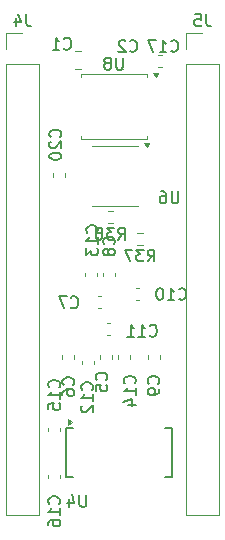
<source format=gbr>
%TF.GenerationSoftware,KiCad,Pcbnew,9.0.2-9.0.2-0~ubuntu22.04.1*%
%TF.CreationDate,2025-06-23T10:34:33-07:00*%
%TF.ProjectId,ds1486,64733134-3836-42e6-9b69-6361645f7063,rev?*%
%TF.SameCoordinates,Original*%
%TF.FileFunction,Legend,Bot*%
%TF.FilePolarity,Positive*%
%FSLAX46Y46*%
G04 Gerber Fmt 4.6, Leading zero omitted, Abs format (unit mm)*
G04 Created by KiCad (PCBNEW 9.0.2-9.0.2-0~ubuntu22.04.1) date 2025-06-23 10:34:33*
%MOMM*%
%LPD*%
G01*
G04 APERTURE LIST*
%ADD10C,0.150000*%
%ADD11C,0.120000*%
G04 APERTURE END LIST*
D10*
X114959580Y-70957142D02*
X115007200Y-70909523D01*
X115007200Y-70909523D02*
X115054819Y-70766666D01*
X115054819Y-70766666D02*
X115054819Y-70671428D01*
X115054819Y-70671428D02*
X115007200Y-70528571D01*
X115007200Y-70528571D02*
X114911961Y-70433333D01*
X114911961Y-70433333D02*
X114816723Y-70385714D01*
X114816723Y-70385714D02*
X114626247Y-70338095D01*
X114626247Y-70338095D02*
X114483390Y-70338095D01*
X114483390Y-70338095D02*
X114292914Y-70385714D01*
X114292914Y-70385714D02*
X114197676Y-70433333D01*
X114197676Y-70433333D02*
X114102438Y-70528571D01*
X114102438Y-70528571D02*
X114054819Y-70671428D01*
X114054819Y-70671428D02*
X114054819Y-70766666D01*
X114054819Y-70766666D02*
X114102438Y-70909523D01*
X114102438Y-70909523D02*
X114150057Y-70957142D01*
X114150057Y-71338095D02*
X114102438Y-71385714D01*
X114102438Y-71385714D02*
X114054819Y-71480952D01*
X114054819Y-71480952D02*
X114054819Y-71719047D01*
X114054819Y-71719047D02*
X114102438Y-71814285D01*
X114102438Y-71814285D02*
X114150057Y-71861904D01*
X114150057Y-71861904D02*
X114245295Y-71909523D01*
X114245295Y-71909523D02*
X114340533Y-71909523D01*
X114340533Y-71909523D02*
X114483390Y-71861904D01*
X114483390Y-71861904D02*
X115054819Y-71290476D01*
X115054819Y-71290476D02*
X115054819Y-71909523D01*
X114054819Y-72528571D02*
X114054819Y-72623809D01*
X114054819Y-72623809D02*
X114102438Y-72719047D01*
X114102438Y-72719047D02*
X114150057Y-72766666D01*
X114150057Y-72766666D02*
X114245295Y-72814285D01*
X114245295Y-72814285D02*
X114435771Y-72861904D01*
X114435771Y-72861904D02*
X114673866Y-72861904D01*
X114673866Y-72861904D02*
X114864342Y-72814285D01*
X114864342Y-72814285D02*
X114959580Y-72766666D01*
X114959580Y-72766666D02*
X115007200Y-72719047D01*
X115007200Y-72719047D02*
X115054819Y-72623809D01*
X115054819Y-72623809D02*
X115054819Y-72528571D01*
X115054819Y-72528571D02*
X115007200Y-72433333D01*
X115007200Y-72433333D02*
X114959580Y-72385714D01*
X114959580Y-72385714D02*
X114864342Y-72338095D01*
X114864342Y-72338095D02*
X114673866Y-72290476D01*
X114673866Y-72290476D02*
X114435771Y-72290476D01*
X114435771Y-72290476D02*
X114245295Y-72338095D01*
X114245295Y-72338095D02*
X114150057Y-72385714D01*
X114150057Y-72385714D02*
X114102438Y-72433333D01*
X114102438Y-72433333D02*
X114054819Y-72528571D01*
X112093333Y-60574819D02*
X112093333Y-61289104D01*
X112093333Y-61289104D02*
X112140952Y-61431961D01*
X112140952Y-61431961D02*
X112236190Y-61527200D01*
X112236190Y-61527200D02*
X112379047Y-61574819D01*
X112379047Y-61574819D02*
X112474285Y-61574819D01*
X111188571Y-60908152D02*
X111188571Y-61574819D01*
X111426666Y-60527200D02*
X111664761Y-61241485D01*
X111664761Y-61241485D02*
X111045714Y-61241485D01*
X127333333Y-60574819D02*
X127333333Y-61289104D01*
X127333333Y-61289104D02*
X127380952Y-61431961D01*
X127380952Y-61431961D02*
X127476190Y-61527200D01*
X127476190Y-61527200D02*
X127619047Y-61574819D01*
X127619047Y-61574819D02*
X127714285Y-61574819D01*
X126380952Y-60574819D02*
X126857142Y-60574819D01*
X126857142Y-60574819D02*
X126904761Y-61051009D01*
X126904761Y-61051009D02*
X126857142Y-61003390D01*
X126857142Y-61003390D02*
X126761904Y-60955771D01*
X126761904Y-60955771D02*
X126523809Y-60955771D01*
X126523809Y-60955771D02*
X126428571Y-61003390D01*
X126428571Y-61003390D02*
X126380952Y-61051009D01*
X126380952Y-61051009D02*
X126333333Y-61146247D01*
X126333333Y-61146247D02*
X126333333Y-61384342D01*
X126333333Y-61384342D02*
X126380952Y-61479580D01*
X126380952Y-61479580D02*
X126428571Y-61527200D01*
X126428571Y-61527200D02*
X126523809Y-61574819D01*
X126523809Y-61574819D02*
X126761904Y-61574819D01*
X126761904Y-61574819D02*
X126857142Y-61527200D01*
X126857142Y-61527200D02*
X126904761Y-61479580D01*
X119867857Y-79634819D02*
X120201190Y-79158628D01*
X120439285Y-79634819D02*
X120439285Y-78634819D01*
X120439285Y-78634819D02*
X120058333Y-78634819D01*
X120058333Y-78634819D02*
X119963095Y-78682438D01*
X119963095Y-78682438D02*
X119915476Y-78730057D01*
X119915476Y-78730057D02*
X119867857Y-78825295D01*
X119867857Y-78825295D02*
X119867857Y-78968152D01*
X119867857Y-78968152D02*
X119915476Y-79063390D01*
X119915476Y-79063390D02*
X119963095Y-79111009D01*
X119963095Y-79111009D02*
X120058333Y-79158628D01*
X120058333Y-79158628D02*
X120439285Y-79158628D01*
X119534523Y-78634819D02*
X118915476Y-78634819D01*
X118915476Y-78634819D02*
X119248809Y-79015771D01*
X119248809Y-79015771D02*
X119105952Y-79015771D01*
X119105952Y-79015771D02*
X119010714Y-79063390D01*
X119010714Y-79063390D02*
X118963095Y-79111009D01*
X118963095Y-79111009D02*
X118915476Y-79206247D01*
X118915476Y-79206247D02*
X118915476Y-79444342D01*
X118915476Y-79444342D02*
X118963095Y-79539580D01*
X118963095Y-79539580D02*
X119010714Y-79587200D01*
X119010714Y-79587200D02*
X119105952Y-79634819D01*
X119105952Y-79634819D02*
X119391666Y-79634819D01*
X119391666Y-79634819D02*
X119486904Y-79587200D01*
X119486904Y-79587200D02*
X119534523Y-79539580D01*
X118344047Y-79063390D02*
X118439285Y-79015771D01*
X118439285Y-79015771D02*
X118486904Y-78968152D01*
X118486904Y-78968152D02*
X118534523Y-78872914D01*
X118534523Y-78872914D02*
X118534523Y-78825295D01*
X118534523Y-78825295D02*
X118486904Y-78730057D01*
X118486904Y-78730057D02*
X118439285Y-78682438D01*
X118439285Y-78682438D02*
X118344047Y-78634819D01*
X118344047Y-78634819D02*
X118153571Y-78634819D01*
X118153571Y-78634819D02*
X118058333Y-78682438D01*
X118058333Y-78682438D02*
X118010714Y-78730057D01*
X118010714Y-78730057D02*
X117963095Y-78825295D01*
X117963095Y-78825295D02*
X117963095Y-78872914D01*
X117963095Y-78872914D02*
X118010714Y-78968152D01*
X118010714Y-78968152D02*
X118058333Y-79015771D01*
X118058333Y-79015771D02*
X118153571Y-79063390D01*
X118153571Y-79063390D02*
X118344047Y-79063390D01*
X118344047Y-79063390D02*
X118439285Y-79111009D01*
X118439285Y-79111009D02*
X118486904Y-79158628D01*
X118486904Y-79158628D02*
X118534523Y-79253866D01*
X118534523Y-79253866D02*
X118534523Y-79444342D01*
X118534523Y-79444342D02*
X118486904Y-79539580D01*
X118486904Y-79539580D02*
X118439285Y-79587200D01*
X118439285Y-79587200D02*
X118344047Y-79634819D01*
X118344047Y-79634819D02*
X118153571Y-79634819D01*
X118153571Y-79634819D02*
X118058333Y-79587200D01*
X118058333Y-79587200D02*
X118010714Y-79539580D01*
X118010714Y-79539580D02*
X117963095Y-79444342D01*
X117963095Y-79444342D02*
X117963095Y-79253866D01*
X117963095Y-79253866D02*
X118010714Y-79158628D01*
X118010714Y-79158628D02*
X118058333Y-79111009D01*
X118058333Y-79111009D02*
X118153571Y-79063390D01*
X122542857Y-87759580D02*
X122590476Y-87807200D01*
X122590476Y-87807200D02*
X122733333Y-87854819D01*
X122733333Y-87854819D02*
X122828571Y-87854819D01*
X122828571Y-87854819D02*
X122971428Y-87807200D01*
X122971428Y-87807200D02*
X123066666Y-87711961D01*
X123066666Y-87711961D02*
X123114285Y-87616723D01*
X123114285Y-87616723D02*
X123161904Y-87426247D01*
X123161904Y-87426247D02*
X123161904Y-87283390D01*
X123161904Y-87283390D02*
X123114285Y-87092914D01*
X123114285Y-87092914D02*
X123066666Y-86997676D01*
X123066666Y-86997676D02*
X122971428Y-86902438D01*
X122971428Y-86902438D02*
X122828571Y-86854819D01*
X122828571Y-86854819D02*
X122733333Y-86854819D01*
X122733333Y-86854819D02*
X122590476Y-86902438D01*
X122590476Y-86902438D02*
X122542857Y-86950057D01*
X121590476Y-87854819D02*
X122161904Y-87854819D01*
X121876190Y-87854819D02*
X121876190Y-86854819D01*
X121876190Y-86854819D02*
X121971428Y-86997676D01*
X121971428Y-86997676D02*
X122066666Y-87092914D01*
X122066666Y-87092914D02*
X122161904Y-87140533D01*
X120638095Y-87854819D02*
X121209523Y-87854819D01*
X120923809Y-87854819D02*
X120923809Y-86854819D01*
X120923809Y-86854819D02*
X121019047Y-86997676D01*
X121019047Y-86997676D02*
X121114285Y-87092914D01*
X121114285Y-87092914D02*
X121209523Y-87140533D01*
X124961904Y-75554819D02*
X124961904Y-76364342D01*
X124961904Y-76364342D02*
X124914285Y-76459580D01*
X124914285Y-76459580D02*
X124866666Y-76507200D01*
X124866666Y-76507200D02*
X124771428Y-76554819D01*
X124771428Y-76554819D02*
X124580952Y-76554819D01*
X124580952Y-76554819D02*
X124485714Y-76507200D01*
X124485714Y-76507200D02*
X124438095Y-76459580D01*
X124438095Y-76459580D02*
X124390476Y-76364342D01*
X124390476Y-76364342D02*
X124390476Y-75554819D01*
X123485714Y-75554819D02*
X123676190Y-75554819D01*
X123676190Y-75554819D02*
X123771428Y-75602438D01*
X123771428Y-75602438D02*
X123819047Y-75650057D01*
X123819047Y-75650057D02*
X123914285Y-75792914D01*
X123914285Y-75792914D02*
X123961904Y-75983390D01*
X123961904Y-75983390D02*
X123961904Y-76364342D01*
X123961904Y-76364342D02*
X123914285Y-76459580D01*
X123914285Y-76459580D02*
X123866666Y-76507200D01*
X123866666Y-76507200D02*
X123771428Y-76554819D01*
X123771428Y-76554819D02*
X123580952Y-76554819D01*
X123580952Y-76554819D02*
X123485714Y-76507200D01*
X123485714Y-76507200D02*
X123438095Y-76459580D01*
X123438095Y-76459580D02*
X123390476Y-76364342D01*
X123390476Y-76364342D02*
X123390476Y-76126247D01*
X123390476Y-76126247D02*
X123438095Y-76031009D01*
X123438095Y-76031009D02*
X123485714Y-75983390D01*
X123485714Y-75983390D02*
X123580952Y-75935771D01*
X123580952Y-75935771D02*
X123771428Y-75935771D01*
X123771428Y-75935771D02*
X123866666Y-75983390D01*
X123866666Y-75983390D02*
X123914285Y-76031009D01*
X123914285Y-76031009D02*
X123961904Y-76126247D01*
X120866666Y-63659580D02*
X120914285Y-63707200D01*
X120914285Y-63707200D02*
X121057142Y-63754819D01*
X121057142Y-63754819D02*
X121152380Y-63754819D01*
X121152380Y-63754819D02*
X121295237Y-63707200D01*
X121295237Y-63707200D02*
X121390475Y-63611961D01*
X121390475Y-63611961D02*
X121438094Y-63516723D01*
X121438094Y-63516723D02*
X121485713Y-63326247D01*
X121485713Y-63326247D02*
X121485713Y-63183390D01*
X121485713Y-63183390D02*
X121438094Y-62992914D01*
X121438094Y-62992914D02*
X121390475Y-62897676D01*
X121390475Y-62897676D02*
X121295237Y-62802438D01*
X121295237Y-62802438D02*
X121152380Y-62754819D01*
X121152380Y-62754819D02*
X121057142Y-62754819D01*
X121057142Y-62754819D02*
X120914285Y-62802438D01*
X120914285Y-62802438D02*
X120866666Y-62850057D01*
X120485713Y-62850057D02*
X120438094Y-62802438D01*
X120438094Y-62802438D02*
X120342856Y-62754819D01*
X120342856Y-62754819D02*
X120104761Y-62754819D01*
X120104761Y-62754819D02*
X120009523Y-62802438D01*
X120009523Y-62802438D02*
X119961904Y-62850057D01*
X119961904Y-62850057D02*
X119914285Y-62945295D01*
X119914285Y-62945295D02*
X119914285Y-63040533D01*
X119914285Y-63040533D02*
X119961904Y-63183390D01*
X119961904Y-63183390D02*
X120533332Y-63754819D01*
X120533332Y-63754819D02*
X119914285Y-63754819D01*
X116059580Y-91933333D02*
X116107200Y-91885714D01*
X116107200Y-91885714D02*
X116154819Y-91742857D01*
X116154819Y-91742857D02*
X116154819Y-91647619D01*
X116154819Y-91647619D02*
X116107200Y-91504762D01*
X116107200Y-91504762D02*
X116011961Y-91409524D01*
X116011961Y-91409524D02*
X115916723Y-91361905D01*
X115916723Y-91361905D02*
X115726247Y-91314286D01*
X115726247Y-91314286D02*
X115583390Y-91314286D01*
X115583390Y-91314286D02*
X115392914Y-91361905D01*
X115392914Y-91361905D02*
X115297676Y-91409524D01*
X115297676Y-91409524D02*
X115202438Y-91504762D01*
X115202438Y-91504762D02*
X115154819Y-91647619D01*
X115154819Y-91647619D02*
X115154819Y-91742857D01*
X115154819Y-91742857D02*
X115202438Y-91885714D01*
X115202438Y-91885714D02*
X115250057Y-91933333D01*
X115154819Y-92790476D02*
X115154819Y-92600000D01*
X115154819Y-92600000D02*
X115202438Y-92504762D01*
X115202438Y-92504762D02*
X115250057Y-92457143D01*
X115250057Y-92457143D02*
X115392914Y-92361905D01*
X115392914Y-92361905D02*
X115583390Y-92314286D01*
X115583390Y-92314286D02*
X115964342Y-92314286D01*
X115964342Y-92314286D02*
X116059580Y-92361905D01*
X116059580Y-92361905D02*
X116107200Y-92409524D01*
X116107200Y-92409524D02*
X116154819Y-92504762D01*
X116154819Y-92504762D02*
X116154819Y-92695238D01*
X116154819Y-92695238D02*
X116107200Y-92790476D01*
X116107200Y-92790476D02*
X116059580Y-92838095D01*
X116059580Y-92838095D02*
X115964342Y-92885714D01*
X115964342Y-92885714D02*
X115726247Y-92885714D01*
X115726247Y-92885714D02*
X115631009Y-92838095D01*
X115631009Y-92838095D02*
X115583390Y-92790476D01*
X115583390Y-92790476D02*
X115535771Y-92695238D01*
X115535771Y-92695238D02*
X115535771Y-92504762D01*
X115535771Y-92504762D02*
X115583390Y-92409524D01*
X115583390Y-92409524D02*
X115631009Y-92361905D01*
X115631009Y-92361905D02*
X115726247Y-92314286D01*
X115266666Y-63459580D02*
X115314285Y-63507200D01*
X115314285Y-63507200D02*
X115457142Y-63554819D01*
X115457142Y-63554819D02*
X115552380Y-63554819D01*
X115552380Y-63554819D02*
X115695237Y-63507200D01*
X115695237Y-63507200D02*
X115790475Y-63411961D01*
X115790475Y-63411961D02*
X115838094Y-63316723D01*
X115838094Y-63316723D02*
X115885713Y-63126247D01*
X115885713Y-63126247D02*
X115885713Y-62983390D01*
X115885713Y-62983390D02*
X115838094Y-62792914D01*
X115838094Y-62792914D02*
X115790475Y-62697676D01*
X115790475Y-62697676D02*
X115695237Y-62602438D01*
X115695237Y-62602438D02*
X115552380Y-62554819D01*
X115552380Y-62554819D02*
X115457142Y-62554819D01*
X115457142Y-62554819D02*
X115314285Y-62602438D01*
X115314285Y-62602438D02*
X115266666Y-62650057D01*
X114314285Y-63554819D02*
X114885713Y-63554819D01*
X114599999Y-63554819D02*
X114599999Y-62554819D01*
X114599999Y-62554819D02*
X114695237Y-62697676D01*
X114695237Y-62697676D02*
X114790475Y-62792914D01*
X114790475Y-62792914D02*
X114885713Y-62840533D01*
X114859580Y-102007142D02*
X114907200Y-101959523D01*
X114907200Y-101959523D02*
X114954819Y-101816666D01*
X114954819Y-101816666D02*
X114954819Y-101721428D01*
X114954819Y-101721428D02*
X114907200Y-101578571D01*
X114907200Y-101578571D02*
X114811961Y-101483333D01*
X114811961Y-101483333D02*
X114716723Y-101435714D01*
X114716723Y-101435714D02*
X114526247Y-101388095D01*
X114526247Y-101388095D02*
X114383390Y-101388095D01*
X114383390Y-101388095D02*
X114192914Y-101435714D01*
X114192914Y-101435714D02*
X114097676Y-101483333D01*
X114097676Y-101483333D02*
X114002438Y-101578571D01*
X114002438Y-101578571D02*
X113954819Y-101721428D01*
X113954819Y-101721428D02*
X113954819Y-101816666D01*
X113954819Y-101816666D02*
X114002438Y-101959523D01*
X114002438Y-101959523D02*
X114050057Y-102007142D01*
X114954819Y-102959523D02*
X114954819Y-102388095D01*
X114954819Y-102673809D02*
X113954819Y-102673809D01*
X113954819Y-102673809D02*
X114097676Y-102578571D01*
X114097676Y-102578571D02*
X114192914Y-102483333D01*
X114192914Y-102483333D02*
X114240533Y-102388095D01*
X113954819Y-103816666D02*
X113954819Y-103626190D01*
X113954819Y-103626190D02*
X114002438Y-103530952D01*
X114002438Y-103530952D02*
X114050057Y-103483333D01*
X114050057Y-103483333D02*
X114192914Y-103388095D01*
X114192914Y-103388095D02*
X114383390Y-103340476D01*
X114383390Y-103340476D02*
X114764342Y-103340476D01*
X114764342Y-103340476D02*
X114859580Y-103388095D01*
X114859580Y-103388095D02*
X114907200Y-103435714D01*
X114907200Y-103435714D02*
X114954819Y-103530952D01*
X114954819Y-103530952D02*
X114954819Y-103721428D01*
X114954819Y-103721428D02*
X114907200Y-103816666D01*
X114907200Y-103816666D02*
X114859580Y-103864285D01*
X114859580Y-103864285D02*
X114764342Y-103911904D01*
X114764342Y-103911904D02*
X114526247Y-103911904D01*
X114526247Y-103911904D02*
X114431009Y-103864285D01*
X114431009Y-103864285D02*
X114383390Y-103816666D01*
X114383390Y-103816666D02*
X114335771Y-103721428D01*
X114335771Y-103721428D02*
X114335771Y-103530952D01*
X114335771Y-103530952D02*
X114383390Y-103435714D01*
X114383390Y-103435714D02*
X114431009Y-103388095D01*
X114431009Y-103388095D02*
X114526247Y-103340476D01*
X120274404Y-64249819D02*
X120274404Y-65059342D01*
X120274404Y-65059342D02*
X120226785Y-65154580D01*
X120226785Y-65154580D02*
X120179166Y-65202200D01*
X120179166Y-65202200D02*
X120083928Y-65249819D01*
X120083928Y-65249819D02*
X119893452Y-65249819D01*
X119893452Y-65249819D02*
X119798214Y-65202200D01*
X119798214Y-65202200D02*
X119750595Y-65154580D01*
X119750595Y-65154580D02*
X119702976Y-65059342D01*
X119702976Y-65059342D02*
X119702976Y-64249819D01*
X119083928Y-64678390D02*
X119179166Y-64630771D01*
X119179166Y-64630771D02*
X119226785Y-64583152D01*
X119226785Y-64583152D02*
X119274404Y-64487914D01*
X119274404Y-64487914D02*
X119274404Y-64440295D01*
X119274404Y-64440295D02*
X119226785Y-64345057D01*
X119226785Y-64345057D02*
X119179166Y-64297438D01*
X119179166Y-64297438D02*
X119083928Y-64249819D01*
X119083928Y-64249819D02*
X118893452Y-64249819D01*
X118893452Y-64249819D02*
X118798214Y-64297438D01*
X118798214Y-64297438D02*
X118750595Y-64345057D01*
X118750595Y-64345057D02*
X118702976Y-64440295D01*
X118702976Y-64440295D02*
X118702976Y-64487914D01*
X118702976Y-64487914D02*
X118750595Y-64583152D01*
X118750595Y-64583152D02*
X118798214Y-64630771D01*
X118798214Y-64630771D02*
X118893452Y-64678390D01*
X118893452Y-64678390D02*
X119083928Y-64678390D01*
X119083928Y-64678390D02*
X119179166Y-64726009D01*
X119179166Y-64726009D02*
X119226785Y-64773628D01*
X119226785Y-64773628D02*
X119274404Y-64868866D01*
X119274404Y-64868866D02*
X119274404Y-65059342D01*
X119274404Y-65059342D02*
X119226785Y-65154580D01*
X119226785Y-65154580D02*
X119179166Y-65202200D01*
X119179166Y-65202200D02*
X119083928Y-65249819D01*
X119083928Y-65249819D02*
X118893452Y-65249819D01*
X118893452Y-65249819D02*
X118798214Y-65202200D01*
X118798214Y-65202200D02*
X118750595Y-65154580D01*
X118750595Y-65154580D02*
X118702976Y-65059342D01*
X118702976Y-65059342D02*
X118702976Y-64868866D01*
X118702976Y-64868866D02*
X118750595Y-64773628D01*
X118750595Y-64773628D02*
X118798214Y-64726009D01*
X118798214Y-64726009D02*
X118893452Y-64678390D01*
X124342857Y-63659580D02*
X124390476Y-63707200D01*
X124390476Y-63707200D02*
X124533333Y-63754819D01*
X124533333Y-63754819D02*
X124628571Y-63754819D01*
X124628571Y-63754819D02*
X124771428Y-63707200D01*
X124771428Y-63707200D02*
X124866666Y-63611961D01*
X124866666Y-63611961D02*
X124914285Y-63516723D01*
X124914285Y-63516723D02*
X124961904Y-63326247D01*
X124961904Y-63326247D02*
X124961904Y-63183390D01*
X124961904Y-63183390D02*
X124914285Y-62992914D01*
X124914285Y-62992914D02*
X124866666Y-62897676D01*
X124866666Y-62897676D02*
X124771428Y-62802438D01*
X124771428Y-62802438D02*
X124628571Y-62754819D01*
X124628571Y-62754819D02*
X124533333Y-62754819D01*
X124533333Y-62754819D02*
X124390476Y-62802438D01*
X124390476Y-62802438D02*
X124342857Y-62850057D01*
X123390476Y-63754819D02*
X123961904Y-63754819D01*
X123676190Y-63754819D02*
X123676190Y-62754819D01*
X123676190Y-62754819D02*
X123771428Y-62897676D01*
X123771428Y-62897676D02*
X123866666Y-62992914D01*
X123866666Y-62992914D02*
X123961904Y-63040533D01*
X123057142Y-62754819D02*
X122390476Y-62754819D01*
X122390476Y-62754819D02*
X122819047Y-63754819D01*
X118859580Y-91533333D02*
X118907200Y-91485714D01*
X118907200Y-91485714D02*
X118954819Y-91342857D01*
X118954819Y-91342857D02*
X118954819Y-91247619D01*
X118954819Y-91247619D02*
X118907200Y-91104762D01*
X118907200Y-91104762D02*
X118811961Y-91009524D01*
X118811961Y-91009524D02*
X118716723Y-90961905D01*
X118716723Y-90961905D02*
X118526247Y-90914286D01*
X118526247Y-90914286D02*
X118383390Y-90914286D01*
X118383390Y-90914286D02*
X118192914Y-90961905D01*
X118192914Y-90961905D02*
X118097676Y-91009524D01*
X118097676Y-91009524D02*
X118002438Y-91104762D01*
X118002438Y-91104762D02*
X117954819Y-91247619D01*
X117954819Y-91247619D02*
X117954819Y-91342857D01*
X117954819Y-91342857D02*
X118002438Y-91485714D01*
X118002438Y-91485714D02*
X118050057Y-91533333D01*
X117954819Y-92438095D02*
X117954819Y-91961905D01*
X117954819Y-91961905D02*
X118431009Y-91914286D01*
X118431009Y-91914286D02*
X118383390Y-91961905D01*
X118383390Y-91961905D02*
X118335771Y-92057143D01*
X118335771Y-92057143D02*
X118335771Y-92295238D01*
X118335771Y-92295238D02*
X118383390Y-92390476D01*
X118383390Y-92390476D02*
X118431009Y-92438095D01*
X118431009Y-92438095D02*
X118526247Y-92485714D01*
X118526247Y-92485714D02*
X118764342Y-92485714D01*
X118764342Y-92485714D02*
X118859580Y-92438095D01*
X118859580Y-92438095D02*
X118907200Y-92390476D01*
X118907200Y-92390476D02*
X118954819Y-92295238D01*
X118954819Y-92295238D02*
X118954819Y-92057143D01*
X118954819Y-92057143D02*
X118907200Y-91961905D01*
X118907200Y-91961905D02*
X118859580Y-91914286D01*
X118059580Y-79057142D02*
X118107200Y-79009523D01*
X118107200Y-79009523D02*
X118154819Y-78866666D01*
X118154819Y-78866666D02*
X118154819Y-78771428D01*
X118154819Y-78771428D02*
X118107200Y-78628571D01*
X118107200Y-78628571D02*
X118011961Y-78533333D01*
X118011961Y-78533333D02*
X117916723Y-78485714D01*
X117916723Y-78485714D02*
X117726247Y-78438095D01*
X117726247Y-78438095D02*
X117583390Y-78438095D01*
X117583390Y-78438095D02*
X117392914Y-78485714D01*
X117392914Y-78485714D02*
X117297676Y-78533333D01*
X117297676Y-78533333D02*
X117202438Y-78628571D01*
X117202438Y-78628571D02*
X117154819Y-78771428D01*
X117154819Y-78771428D02*
X117154819Y-78866666D01*
X117154819Y-78866666D02*
X117202438Y-79009523D01*
X117202438Y-79009523D02*
X117250057Y-79057142D01*
X118154819Y-80009523D02*
X118154819Y-79438095D01*
X118154819Y-79723809D02*
X117154819Y-79723809D01*
X117154819Y-79723809D02*
X117297676Y-79628571D01*
X117297676Y-79628571D02*
X117392914Y-79533333D01*
X117392914Y-79533333D02*
X117440533Y-79438095D01*
X117154819Y-80342857D02*
X117154819Y-80961904D01*
X117154819Y-80961904D02*
X117535771Y-80628571D01*
X117535771Y-80628571D02*
X117535771Y-80771428D01*
X117535771Y-80771428D02*
X117583390Y-80866666D01*
X117583390Y-80866666D02*
X117631009Y-80914285D01*
X117631009Y-80914285D02*
X117726247Y-80961904D01*
X117726247Y-80961904D02*
X117964342Y-80961904D01*
X117964342Y-80961904D02*
X118059580Y-80914285D01*
X118059580Y-80914285D02*
X118107200Y-80866666D01*
X118107200Y-80866666D02*
X118154819Y-80771428D01*
X118154819Y-80771428D02*
X118154819Y-80485714D01*
X118154819Y-80485714D02*
X118107200Y-80390476D01*
X118107200Y-80390476D02*
X118059580Y-80342857D01*
X119509580Y-80033333D02*
X119557200Y-79985714D01*
X119557200Y-79985714D02*
X119604819Y-79842857D01*
X119604819Y-79842857D02*
X119604819Y-79747619D01*
X119604819Y-79747619D02*
X119557200Y-79604762D01*
X119557200Y-79604762D02*
X119461961Y-79509524D01*
X119461961Y-79509524D02*
X119366723Y-79461905D01*
X119366723Y-79461905D02*
X119176247Y-79414286D01*
X119176247Y-79414286D02*
X119033390Y-79414286D01*
X119033390Y-79414286D02*
X118842914Y-79461905D01*
X118842914Y-79461905D02*
X118747676Y-79509524D01*
X118747676Y-79509524D02*
X118652438Y-79604762D01*
X118652438Y-79604762D02*
X118604819Y-79747619D01*
X118604819Y-79747619D02*
X118604819Y-79842857D01*
X118604819Y-79842857D02*
X118652438Y-79985714D01*
X118652438Y-79985714D02*
X118700057Y-80033333D01*
X119033390Y-80604762D02*
X118985771Y-80509524D01*
X118985771Y-80509524D02*
X118938152Y-80461905D01*
X118938152Y-80461905D02*
X118842914Y-80414286D01*
X118842914Y-80414286D02*
X118795295Y-80414286D01*
X118795295Y-80414286D02*
X118700057Y-80461905D01*
X118700057Y-80461905D02*
X118652438Y-80509524D01*
X118652438Y-80509524D02*
X118604819Y-80604762D01*
X118604819Y-80604762D02*
X118604819Y-80795238D01*
X118604819Y-80795238D02*
X118652438Y-80890476D01*
X118652438Y-80890476D02*
X118700057Y-80938095D01*
X118700057Y-80938095D02*
X118795295Y-80985714D01*
X118795295Y-80985714D02*
X118842914Y-80985714D01*
X118842914Y-80985714D02*
X118938152Y-80938095D01*
X118938152Y-80938095D02*
X118985771Y-80890476D01*
X118985771Y-80890476D02*
X119033390Y-80795238D01*
X119033390Y-80795238D02*
X119033390Y-80604762D01*
X119033390Y-80604762D02*
X119081009Y-80509524D01*
X119081009Y-80509524D02*
X119128628Y-80461905D01*
X119128628Y-80461905D02*
X119223866Y-80414286D01*
X119223866Y-80414286D02*
X119414342Y-80414286D01*
X119414342Y-80414286D02*
X119509580Y-80461905D01*
X119509580Y-80461905D02*
X119557200Y-80509524D01*
X119557200Y-80509524D02*
X119604819Y-80604762D01*
X119604819Y-80604762D02*
X119604819Y-80795238D01*
X119604819Y-80795238D02*
X119557200Y-80890476D01*
X119557200Y-80890476D02*
X119509580Y-80938095D01*
X119509580Y-80938095D02*
X119414342Y-80985714D01*
X119414342Y-80985714D02*
X119223866Y-80985714D01*
X119223866Y-80985714D02*
X119128628Y-80938095D01*
X119128628Y-80938095D02*
X119081009Y-80890476D01*
X119081009Y-80890476D02*
X119033390Y-80795238D01*
X117654032Y-92357142D02*
X117701652Y-92309523D01*
X117701652Y-92309523D02*
X117749271Y-92166666D01*
X117749271Y-92166666D02*
X117749271Y-92071428D01*
X117749271Y-92071428D02*
X117701652Y-91928571D01*
X117701652Y-91928571D02*
X117606413Y-91833333D01*
X117606413Y-91833333D02*
X117511175Y-91785714D01*
X117511175Y-91785714D02*
X117320699Y-91738095D01*
X117320699Y-91738095D02*
X117177842Y-91738095D01*
X117177842Y-91738095D02*
X116987366Y-91785714D01*
X116987366Y-91785714D02*
X116892128Y-91833333D01*
X116892128Y-91833333D02*
X116796890Y-91928571D01*
X116796890Y-91928571D02*
X116749271Y-92071428D01*
X116749271Y-92071428D02*
X116749271Y-92166666D01*
X116749271Y-92166666D02*
X116796890Y-92309523D01*
X116796890Y-92309523D02*
X116844509Y-92357142D01*
X117749271Y-93309523D02*
X117749271Y-92738095D01*
X117749271Y-93023809D02*
X116749271Y-93023809D01*
X116749271Y-93023809D02*
X116892128Y-92928571D01*
X116892128Y-92928571D02*
X116987366Y-92833333D01*
X116987366Y-92833333D02*
X117034985Y-92738095D01*
X116844509Y-93690476D02*
X116796890Y-93738095D01*
X116796890Y-93738095D02*
X116749271Y-93833333D01*
X116749271Y-93833333D02*
X116749271Y-94071428D01*
X116749271Y-94071428D02*
X116796890Y-94166666D01*
X116796890Y-94166666D02*
X116844509Y-94214285D01*
X116844509Y-94214285D02*
X116939747Y-94261904D01*
X116939747Y-94261904D02*
X117034985Y-94261904D01*
X117034985Y-94261904D02*
X117177842Y-94214285D01*
X117177842Y-94214285D02*
X117749271Y-93642857D01*
X117749271Y-93642857D02*
X117749271Y-94261904D01*
X122367857Y-81484819D02*
X122701190Y-81008628D01*
X122939285Y-81484819D02*
X122939285Y-80484819D01*
X122939285Y-80484819D02*
X122558333Y-80484819D01*
X122558333Y-80484819D02*
X122463095Y-80532438D01*
X122463095Y-80532438D02*
X122415476Y-80580057D01*
X122415476Y-80580057D02*
X122367857Y-80675295D01*
X122367857Y-80675295D02*
X122367857Y-80818152D01*
X122367857Y-80818152D02*
X122415476Y-80913390D01*
X122415476Y-80913390D02*
X122463095Y-80961009D01*
X122463095Y-80961009D02*
X122558333Y-81008628D01*
X122558333Y-81008628D02*
X122939285Y-81008628D01*
X122034523Y-80484819D02*
X121415476Y-80484819D01*
X121415476Y-80484819D02*
X121748809Y-80865771D01*
X121748809Y-80865771D02*
X121605952Y-80865771D01*
X121605952Y-80865771D02*
X121510714Y-80913390D01*
X121510714Y-80913390D02*
X121463095Y-80961009D01*
X121463095Y-80961009D02*
X121415476Y-81056247D01*
X121415476Y-81056247D02*
X121415476Y-81294342D01*
X121415476Y-81294342D02*
X121463095Y-81389580D01*
X121463095Y-81389580D02*
X121510714Y-81437200D01*
X121510714Y-81437200D02*
X121605952Y-81484819D01*
X121605952Y-81484819D02*
X121891666Y-81484819D01*
X121891666Y-81484819D02*
X121986904Y-81437200D01*
X121986904Y-81437200D02*
X122034523Y-81389580D01*
X121082142Y-80484819D02*
X120415476Y-80484819D01*
X120415476Y-80484819D02*
X120844047Y-81484819D01*
X121259580Y-91807142D02*
X121307200Y-91759523D01*
X121307200Y-91759523D02*
X121354819Y-91616666D01*
X121354819Y-91616666D02*
X121354819Y-91521428D01*
X121354819Y-91521428D02*
X121307200Y-91378571D01*
X121307200Y-91378571D02*
X121211961Y-91283333D01*
X121211961Y-91283333D02*
X121116723Y-91235714D01*
X121116723Y-91235714D02*
X120926247Y-91188095D01*
X120926247Y-91188095D02*
X120783390Y-91188095D01*
X120783390Y-91188095D02*
X120592914Y-91235714D01*
X120592914Y-91235714D02*
X120497676Y-91283333D01*
X120497676Y-91283333D02*
X120402438Y-91378571D01*
X120402438Y-91378571D02*
X120354819Y-91521428D01*
X120354819Y-91521428D02*
X120354819Y-91616666D01*
X120354819Y-91616666D02*
X120402438Y-91759523D01*
X120402438Y-91759523D02*
X120450057Y-91807142D01*
X121354819Y-92759523D02*
X121354819Y-92188095D01*
X121354819Y-92473809D02*
X120354819Y-92473809D01*
X120354819Y-92473809D02*
X120497676Y-92378571D01*
X120497676Y-92378571D02*
X120592914Y-92283333D01*
X120592914Y-92283333D02*
X120640533Y-92188095D01*
X120688152Y-93616666D02*
X121354819Y-93616666D01*
X120307200Y-93378571D02*
X121021485Y-93140476D01*
X121021485Y-93140476D02*
X121021485Y-93759523D01*
X115866666Y-85359580D02*
X115914285Y-85407200D01*
X115914285Y-85407200D02*
X116057142Y-85454819D01*
X116057142Y-85454819D02*
X116152380Y-85454819D01*
X116152380Y-85454819D02*
X116295237Y-85407200D01*
X116295237Y-85407200D02*
X116390475Y-85311961D01*
X116390475Y-85311961D02*
X116438094Y-85216723D01*
X116438094Y-85216723D02*
X116485713Y-85026247D01*
X116485713Y-85026247D02*
X116485713Y-84883390D01*
X116485713Y-84883390D02*
X116438094Y-84692914D01*
X116438094Y-84692914D02*
X116390475Y-84597676D01*
X116390475Y-84597676D02*
X116295237Y-84502438D01*
X116295237Y-84502438D02*
X116152380Y-84454819D01*
X116152380Y-84454819D02*
X116057142Y-84454819D01*
X116057142Y-84454819D02*
X115914285Y-84502438D01*
X115914285Y-84502438D02*
X115866666Y-84550057D01*
X115533332Y-84454819D02*
X114866666Y-84454819D01*
X114866666Y-84454819D02*
X115295237Y-85454819D01*
X114859580Y-92157142D02*
X114907200Y-92109523D01*
X114907200Y-92109523D02*
X114954819Y-91966666D01*
X114954819Y-91966666D02*
X114954819Y-91871428D01*
X114954819Y-91871428D02*
X114907200Y-91728571D01*
X114907200Y-91728571D02*
X114811961Y-91633333D01*
X114811961Y-91633333D02*
X114716723Y-91585714D01*
X114716723Y-91585714D02*
X114526247Y-91538095D01*
X114526247Y-91538095D02*
X114383390Y-91538095D01*
X114383390Y-91538095D02*
X114192914Y-91585714D01*
X114192914Y-91585714D02*
X114097676Y-91633333D01*
X114097676Y-91633333D02*
X114002438Y-91728571D01*
X114002438Y-91728571D02*
X113954819Y-91871428D01*
X113954819Y-91871428D02*
X113954819Y-91966666D01*
X113954819Y-91966666D02*
X114002438Y-92109523D01*
X114002438Y-92109523D02*
X114050057Y-92157142D01*
X114954819Y-93109523D02*
X114954819Y-92538095D01*
X114954819Y-92823809D02*
X113954819Y-92823809D01*
X113954819Y-92823809D02*
X114097676Y-92728571D01*
X114097676Y-92728571D02*
X114192914Y-92633333D01*
X114192914Y-92633333D02*
X114240533Y-92538095D01*
X113954819Y-94014285D02*
X113954819Y-93538095D01*
X113954819Y-93538095D02*
X114431009Y-93490476D01*
X114431009Y-93490476D02*
X114383390Y-93538095D01*
X114383390Y-93538095D02*
X114335771Y-93633333D01*
X114335771Y-93633333D02*
X114335771Y-93871428D01*
X114335771Y-93871428D02*
X114383390Y-93966666D01*
X114383390Y-93966666D02*
X114431009Y-94014285D01*
X114431009Y-94014285D02*
X114526247Y-94061904D01*
X114526247Y-94061904D02*
X114764342Y-94061904D01*
X114764342Y-94061904D02*
X114859580Y-94014285D01*
X114859580Y-94014285D02*
X114907200Y-93966666D01*
X114907200Y-93966666D02*
X114954819Y-93871428D01*
X114954819Y-93871428D02*
X114954819Y-93633333D01*
X114954819Y-93633333D02*
X114907200Y-93538095D01*
X114907200Y-93538095D02*
X114859580Y-93490476D01*
X123259580Y-91833333D02*
X123307200Y-91785714D01*
X123307200Y-91785714D02*
X123354819Y-91642857D01*
X123354819Y-91642857D02*
X123354819Y-91547619D01*
X123354819Y-91547619D02*
X123307200Y-91404762D01*
X123307200Y-91404762D02*
X123211961Y-91309524D01*
X123211961Y-91309524D02*
X123116723Y-91261905D01*
X123116723Y-91261905D02*
X122926247Y-91214286D01*
X122926247Y-91214286D02*
X122783390Y-91214286D01*
X122783390Y-91214286D02*
X122592914Y-91261905D01*
X122592914Y-91261905D02*
X122497676Y-91309524D01*
X122497676Y-91309524D02*
X122402438Y-91404762D01*
X122402438Y-91404762D02*
X122354819Y-91547619D01*
X122354819Y-91547619D02*
X122354819Y-91642857D01*
X122354819Y-91642857D02*
X122402438Y-91785714D01*
X122402438Y-91785714D02*
X122450057Y-91833333D01*
X123354819Y-92309524D02*
X123354819Y-92500000D01*
X123354819Y-92500000D02*
X123307200Y-92595238D01*
X123307200Y-92595238D02*
X123259580Y-92642857D01*
X123259580Y-92642857D02*
X123116723Y-92738095D01*
X123116723Y-92738095D02*
X122926247Y-92785714D01*
X122926247Y-92785714D02*
X122545295Y-92785714D01*
X122545295Y-92785714D02*
X122450057Y-92738095D01*
X122450057Y-92738095D02*
X122402438Y-92690476D01*
X122402438Y-92690476D02*
X122354819Y-92595238D01*
X122354819Y-92595238D02*
X122354819Y-92404762D01*
X122354819Y-92404762D02*
X122402438Y-92309524D01*
X122402438Y-92309524D02*
X122450057Y-92261905D01*
X122450057Y-92261905D02*
X122545295Y-92214286D01*
X122545295Y-92214286D02*
X122783390Y-92214286D01*
X122783390Y-92214286D02*
X122878628Y-92261905D01*
X122878628Y-92261905D02*
X122926247Y-92309524D01*
X122926247Y-92309524D02*
X122973866Y-92404762D01*
X122973866Y-92404762D02*
X122973866Y-92595238D01*
X122973866Y-92595238D02*
X122926247Y-92690476D01*
X122926247Y-92690476D02*
X122878628Y-92738095D01*
X122878628Y-92738095D02*
X122783390Y-92785714D01*
X125017857Y-84659580D02*
X125065476Y-84707200D01*
X125065476Y-84707200D02*
X125208333Y-84754819D01*
X125208333Y-84754819D02*
X125303571Y-84754819D01*
X125303571Y-84754819D02*
X125446428Y-84707200D01*
X125446428Y-84707200D02*
X125541666Y-84611961D01*
X125541666Y-84611961D02*
X125589285Y-84516723D01*
X125589285Y-84516723D02*
X125636904Y-84326247D01*
X125636904Y-84326247D02*
X125636904Y-84183390D01*
X125636904Y-84183390D02*
X125589285Y-83992914D01*
X125589285Y-83992914D02*
X125541666Y-83897676D01*
X125541666Y-83897676D02*
X125446428Y-83802438D01*
X125446428Y-83802438D02*
X125303571Y-83754819D01*
X125303571Y-83754819D02*
X125208333Y-83754819D01*
X125208333Y-83754819D02*
X125065476Y-83802438D01*
X125065476Y-83802438D02*
X125017857Y-83850057D01*
X124065476Y-84754819D02*
X124636904Y-84754819D01*
X124351190Y-84754819D02*
X124351190Y-83754819D01*
X124351190Y-83754819D02*
X124446428Y-83897676D01*
X124446428Y-83897676D02*
X124541666Y-83992914D01*
X124541666Y-83992914D02*
X124636904Y-84040533D01*
X123446428Y-83754819D02*
X123351190Y-83754819D01*
X123351190Y-83754819D02*
X123255952Y-83802438D01*
X123255952Y-83802438D02*
X123208333Y-83850057D01*
X123208333Y-83850057D02*
X123160714Y-83945295D01*
X123160714Y-83945295D02*
X123113095Y-84135771D01*
X123113095Y-84135771D02*
X123113095Y-84373866D01*
X123113095Y-84373866D02*
X123160714Y-84564342D01*
X123160714Y-84564342D02*
X123208333Y-84659580D01*
X123208333Y-84659580D02*
X123255952Y-84707200D01*
X123255952Y-84707200D02*
X123351190Y-84754819D01*
X123351190Y-84754819D02*
X123446428Y-84754819D01*
X123446428Y-84754819D02*
X123541666Y-84707200D01*
X123541666Y-84707200D02*
X123589285Y-84659580D01*
X123589285Y-84659580D02*
X123636904Y-84564342D01*
X123636904Y-84564342D02*
X123684523Y-84373866D01*
X123684523Y-84373866D02*
X123684523Y-84135771D01*
X123684523Y-84135771D02*
X123636904Y-83945295D01*
X123636904Y-83945295D02*
X123589285Y-83850057D01*
X123589285Y-83850057D02*
X123541666Y-83802438D01*
X123541666Y-83802438D02*
X123446428Y-83754819D01*
X117164404Y-101254819D02*
X117164404Y-102064342D01*
X117164404Y-102064342D02*
X117116785Y-102159580D01*
X117116785Y-102159580D02*
X117069166Y-102207200D01*
X117069166Y-102207200D02*
X116973928Y-102254819D01*
X116973928Y-102254819D02*
X116783452Y-102254819D01*
X116783452Y-102254819D02*
X116688214Y-102207200D01*
X116688214Y-102207200D02*
X116640595Y-102159580D01*
X116640595Y-102159580D02*
X116592976Y-102064342D01*
X116592976Y-102064342D02*
X116592976Y-101254819D01*
X115688214Y-101588152D02*
X115688214Y-102254819D01*
X115926309Y-101207200D02*
X116164404Y-101921485D01*
X116164404Y-101921485D02*
X115545357Y-101921485D01*
D11*
%TO.C,C20*%
X114390000Y-74034420D02*
X114390000Y-74315580D01*
X115410000Y-74034420D02*
X115410000Y-74315580D01*
%TO.C,J4*%
X110380000Y-62120000D02*
X111760000Y-62120000D01*
X110380000Y-63500000D02*
X110380000Y-62120000D01*
X110380000Y-64770000D02*
X110380000Y-102980000D01*
X110380000Y-64770000D02*
X113140000Y-64770000D01*
X110380000Y-102980000D02*
X113140000Y-102980000D01*
X113140000Y-64770000D02*
X113140000Y-102980000D01*
%TO.C,J5*%
X125620000Y-62120000D02*
X127000000Y-62120000D01*
X125620000Y-63500000D02*
X125620000Y-62120000D01*
X125620000Y-64770000D02*
X125620000Y-102980000D01*
X125620000Y-64770000D02*
X128380000Y-64770000D01*
X125620000Y-102980000D02*
X128380000Y-102980000D01*
X128380000Y-64770000D02*
X128380000Y-102980000D01*
%TO.C,R38*%
X118987742Y-78272500D02*
X119462258Y-78272500D01*
X118987742Y-77227500D02*
X119462258Y-77227500D01*
%TO.C,C11*%
X118884420Y-87710000D02*
X119165580Y-87710000D01*
X118884420Y-86690000D02*
X119165580Y-86690000D01*
%TO.C,U6*%
X119575000Y-71685000D02*
X121525000Y-71685000D01*
X119575000Y-71685000D02*
X117625000Y-71685000D01*
X119575000Y-76805000D02*
X121525000Y-76805000D01*
X119575000Y-76805000D02*
X117625000Y-76805000D01*
X122275000Y-71780000D02*
X122035000Y-71450000D01*
X122515000Y-71450000D01*
X122275000Y-71780000D01*
G36*
X122275000Y-71780000D02*
G01*
X122035000Y-71450000D01*
X122515000Y-71450000D01*
X122275000Y-71780000D01*
G37*
%TO.C,C2*%
X120261252Y-63715000D02*
X119738748Y-63715000D01*
X120261252Y-65185000D02*
X119738748Y-65185000D01*
%TO.C,C6*%
X115140000Y-89434420D02*
X115140000Y-89715580D01*
X116160000Y-89434420D02*
X116160000Y-89715580D01*
%TO.C,C1*%
X116238748Y-65185000D02*
X116761252Y-65185000D01*
X116238748Y-63715000D02*
X116761252Y-63715000D01*
%TO.C,C16*%
X114960000Y-99865580D02*
X114960000Y-99584420D01*
X113940000Y-99865580D02*
X113940000Y-99584420D01*
%TO.C,U8*%
X122272500Y-65635000D02*
X122272500Y-65905000D01*
X122272500Y-71155000D02*
X122272500Y-70885000D01*
X119512500Y-65635000D02*
X122272500Y-65635000D01*
X119512500Y-65635000D02*
X116752500Y-65635000D01*
X119512500Y-71155000D02*
X122272500Y-71155000D01*
X119512500Y-71155000D02*
X116752500Y-71155000D01*
X116752500Y-65635000D02*
X116752500Y-65905000D01*
X116752500Y-71155000D02*
X116752500Y-70885000D01*
X123037500Y-65905000D02*
X122797500Y-65575000D01*
X123277500Y-65575000D01*
X123037500Y-65905000D01*
G36*
X123037500Y-65905000D02*
G01*
X122797500Y-65575000D01*
X123277500Y-65575000D01*
X123037500Y-65905000D01*
G37*
%TO.C,C17*%
X123284420Y-65010000D02*
X123565580Y-65010000D01*
X123284420Y-63990000D02*
X123565580Y-63990000D01*
%TO.C,C5*%
X118340000Y-89434420D02*
X118340000Y-89715580D01*
X119360000Y-89434420D02*
X119360000Y-89715580D01*
%TO.C,C13*%
X117040000Y-82484420D02*
X117040000Y-82765580D01*
X118060000Y-82484420D02*
X118060000Y-82765580D01*
%TO.C,C8*%
X118590000Y-82484420D02*
X118590000Y-82765580D01*
X119610000Y-82484420D02*
X119610000Y-82765580D01*
%TO.C,C12*%
X116784452Y-89934420D02*
X116784452Y-90215580D01*
X117804452Y-89934420D02*
X117804452Y-90215580D01*
%TO.C,R37*%
X121487742Y-80122500D02*
X121962258Y-80122500D01*
X121487742Y-79077500D02*
X121962258Y-79077500D01*
%TO.C,C14*%
X119890000Y-89434420D02*
X119890000Y-89715580D01*
X120910000Y-89434420D02*
X120910000Y-89715580D01*
%TO.C,C7*%
X118134420Y-85410000D02*
X118415580Y-85410000D01*
X118134420Y-84390000D02*
X118415580Y-84390000D01*
%TO.C,C15*%
X113940000Y-95584420D02*
X113940000Y-95865580D01*
X114960000Y-95584420D02*
X114960000Y-95865580D01*
%TO.C,C9*%
X122390000Y-89434420D02*
X122390000Y-89715580D01*
X123410000Y-89434420D02*
X123410000Y-89715580D01*
%TO.C,C10*%
X121640580Y-83740000D02*
X121359420Y-83740000D01*
X121640580Y-84760000D02*
X121359420Y-84760000D01*
D10*
%TO.C,U4*%
X115475000Y-95625000D02*
X116032500Y-95625000D01*
X115475000Y-95625000D02*
X115475000Y-99775000D01*
X124425000Y-95625000D02*
X123867500Y-95625000D01*
X124425000Y-95625000D02*
X124425000Y-99775000D01*
X115475000Y-99775000D02*
X116032500Y-99775000D01*
X124425000Y-99775000D02*
X123867500Y-99775000D01*
D11*
X115950000Y-95062500D02*
X115620000Y-95302500D01*
X115620000Y-94822500D01*
X115950000Y-95062500D01*
G36*
X115950000Y-95062500D02*
G01*
X115620000Y-95302500D01*
X115620000Y-94822500D01*
X115950000Y-95062500D01*
G37*
%TD*%
M02*

</source>
